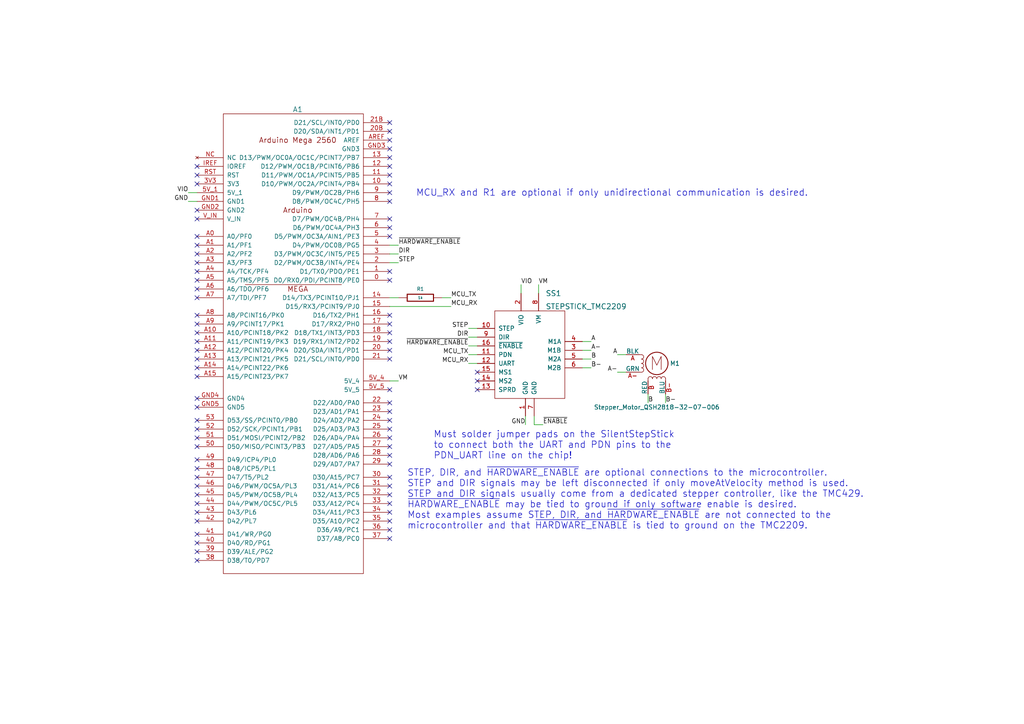
<source format=kicad_sch>
(kicad_sch (version 20230121) (generator eeschema)
  (paper "A4")
  (title_block (title "Trinamic Wiring") (date "2023-08-02") (rev "0.4") (company "Janelia Research Campus"))
  (lib_symbols
    (symbol "Janelia:1k_0805" (pin_numbers hide) (pin_names (offset 0))
      (property "Reference" "R" (at 2.032 0 90))
      (property "Value" "1k_0805" (at 0 0 90))
      (symbol "1k_0805_0_1"
        (rectangle (start -1.016 3.81) (end 1.016 -3.81) (stroke (width 0.3048)))
      )
      (symbol "1k_0805_1_1"
        (pin passive line (at 0 6.35 270) (length 2.54) (name "~") (number "1"))
        (pin passive line (at 0 -6.35 90) (length 2.54) (name "~") (number "2"))
      )
    )
    (symbol "Janelia:ARDUINO_MEGA" (pin_names (offset 1.016))
      (property "Reference" "A" (at 0 68.58 0))
      (symbol "ARDUINO_MEGA_0_0"
        (text "Arduino" (at 0 39.37 0) (effects (font (size 1.524 1.524))))
        (text "MEGA" (at 0 16.51 0) (effects (font (size 1.524 1.524))))
      )
      (symbol "ARDUINO_MEGA_0_1"
        (rectangle (start -21.59 -66.04) (end 19.05 67.31))
        (polyline (pts (xy -15.24 17.78) (xy 12.7 17.78) (xy 12.7 17.78)))
      )
      (symbol "ARDUINO_MEGA_1_1"
        (text "Arduino Mega 2560" (at 0 59.69 0) (effects (font (size 1.524 1.524))))
        (pin bidirectional line (at 26.67 19.05 180) (length 7.62) (name "D0/RX0/PDI/PCINT8/PE0") (number "0"))
        (pin bidirectional line (at 26.67 21.59 180) (length 7.62) (name "D1/TX0/PDO/PE1") (number "1"))
        (pin bidirectional line (at 26.67 46.99 180) (length 7.62) (name "D10/PWM/OC2A/PCINT4/PB4") (number "10"))
        (pin bidirectional line (at 26.67 49.53 180) (length 7.62) (name "D11/PWM/OC1A/PCINT5/PB5") (number "11"))
        (pin bidirectional line (at 26.67 52.07 180) (length 7.62) (name "D12/PWM/OC1B/PCINT6/PB6") (number "12"))
        (pin bidirectional line (at 26.67 54.61 180) (length 7.62) (name "D13/PWM/OC0A/OC1C/PCINT7/PB7") (number "13"))
        (pin bidirectional line (at 26.67 13.97 180) (length 7.62) (name "D14/TX3/PCINT10/PJ1") (number "14"))
        (pin bidirectional line (at 26.67 11.43 180) (length 7.62) (name "D15/RX3/PCINT9/PJ0") (number "15"))
        (pin bidirectional line (at 26.67 8.89 180) (length 7.62) (name "D16/TX2/PH1") (number "16"))
        (pin bidirectional line (at 26.67 6.35 180) (length 7.62) (name "D17/RX2/PH0") (number "17"))
        (pin bidirectional line (at 26.67 3.81 180) (length 7.62) (name "D18/TX1/INT3/PD3") (number "18"))
        (pin bidirectional line (at 26.67 1.27 180) (length 7.62) (name "D19/RX1/INT2/PD2") (number "19"))
        (pin bidirectional line (at 26.67 24.13 180) (length 7.62) (name "D2/PWM/OC3B/INT4/PE4") (number "2"))
        (pin bidirectional line (at 26.67 -1.27 180) (length 7.62) (name "D20/SDA/INT1/PD1") (number "20"))
        (pin bidirectional line (at 26.67 62.23 180) (length 7.62) (name "D20/SDA/INT1/PD1") (number "20B"))
        (pin bidirectional line (at 26.67 -3.81 180) (length 7.62) (name "D21/SCL/INT0/PD0") (number "21"))
        (pin bidirectional line (at 26.67 64.77 180) (length 7.62) (name "D21/SCL/INT0/PD0") (number "21B"))
        (pin bidirectional line (at 26.67 -16.51 180) (length 7.62) (name "D22/AD0/PA0") (number "22"))
        (pin bidirectional line (at 26.67 -19.05 180) (length 7.62) (name "D23/AD1/PA1") (number "23"))
        (pin bidirectional line (at 26.67 -21.59 180) (length 7.62) (name "D24/AD2/PA2") (number "24"))
        (pin bidirectional line (at 26.67 -24.13 180) (length 7.62) (name "D25/AD3/PA3") (number "25"))
        (pin bidirectional line (at 26.67 -26.67 180) (length 7.62) (name "D26/AD4/PA4") (number "26"))
        (pin bidirectional line (at 26.67 -29.21 180) (length 7.62) (name "D27/AD5/PA5") (number "27"))
        (pin bidirectional line (at 26.67 -31.75 180) (length 7.62) (name "D28/AD6/PA6") (number "28"))
        (pin bidirectional line (at 26.67 -34.29 180) (length 7.62) (name "D29/AD7/PA7") (number "29"))
        (pin bidirectional line (at 26.67 26.67 180) (length 7.62) (name "D3/PWM/OC3C/INT5/PE5") (number "3"))
        (pin bidirectional line (at 26.67 -38.1 180) (length 7.62) (name "D30/A15/PC7") (number "30"))
        (pin bidirectional line (at 26.67 -40.64 180) (length 7.62) (name "D31/A14/PC6") (number "31"))
        (pin bidirectional line (at 26.67 -43.18 180) (length 7.62) (name "D32/A13/PC5") (number "32"))
        (pin bidirectional line (at 26.67 -45.72 180) (length 7.62) (name "D33/A12/PC4") (number "33"))
        (pin bidirectional line (at 26.67 -48.26 180) (length 7.62) (name "D34/A11/PC3") (number "34"))
        (pin bidirectional line (at 26.67 -50.8 180) (length 7.62) (name "D35/A10/PC2") (number "35"))
        (pin bidirectional line (at 26.67 -53.34 180) (length 7.62) (name "D36/A9/PC1") (number "36"))
        (pin bidirectional line (at 26.67 -55.88 180) (length 7.62) (name "D37/A8/PC0") (number "37"))
        (pin bidirectional line (at -29.21 -62.23 0) (length 7.62) (name "D38/T0/PD7") (number "38"))
        (pin bidirectional line (at -29.21 -59.69 0) (length 7.62) (name "D39/ALE/PG2") (number "39"))
        (pin power_in line (at -29.21 46.99 0) (length 7.62) (name "3V3") (number "3V3"))
        (pin bidirectional line (at 26.67 29.21 180) (length 7.62) (name "D4/PWM/OC0B/PG5") (number "4"))
        (pin bidirectional line (at -29.21 -57.15 0) (length 7.62) (name "D40/RD/PG1") (number "40"))
        (pin bidirectional line (at -29.21 -54.61 0) (length 7.62) (name "D41/WR/PG0") (number "41"))
        (pin bidirectional line (at -29.21 -50.8 0) (length 7.62) (name "D42/PL7") (number "42"))
        (pin bidirectional line (at -29.21 -48.26 0) (length 7.62) (name "D43/PL6") (number "43"))
        (pin bidirectional line (at -29.21 -45.72 0) (length 7.62) (name "D44/PWM/OC5C/PL5") (number "44"))
        (pin bidirectional line (at -29.21 -43.18 0) (length 7.62) (name "D45/PWM/OC5B/PL4") (number "45"))
        (pin bidirectional line (at -29.21 -40.64 0) (length 7.62) (name "D46/PWM/OC5A/PL3") (number "46"))
        (pin bidirectional line (at -29.21 -38.1 0) (length 7.62) (name "D47/T5/PL2") (number "47"))
        (pin bidirectional line (at -29.21 -35.56 0) (length 7.62) (name "D48/ICP5/PL1") (number "48"))
        (pin bidirectional line (at -29.21 -33.02 0) (length 7.62) (name "D49/ICP4/PL0") (number "49"))
        (pin bidirectional line (at 26.67 31.75 180) (length 7.62) (name "D5/PWM/OC3A/AIN1/PE3") (number "5"))
        (pin bidirectional line (at -29.21 -29.21 0) (length 7.62) (name "D50/MISO/PCINT3/PB3") (number "50"))
        (pin bidirectional line (at -29.21 -26.67 0) (length 7.62) (name "D51/MOSI/PCINT2/PB2") (number "51"))
        (pin bidirectional line (at -29.21 -24.13 0) (length 7.62) (name "D52/SCK/PCINT1/PB1") (number "52"))
        (pin bidirectional line (at -29.21 -21.59 0) (length 7.62) (name "D53/SS/PCINT0/PB0") (number "53"))
        (pin power_in line (at -29.21 44.45 0) (length 7.62) (name "5V_1") (number "5V_1"))
        (pin power_in line (at 26.67 -10.16 180) (length 7.62) (name "5V_4") (number "5V_4"))
        (pin power_in line (at 26.67 -12.7 180) (length 7.62) (name "5V_5") (number "5V_5"))
        (pin bidirectional line (at 26.67 34.29 180) (length 7.62) (name "D6/PWM/OC4A/PH3") (number "6"))
        (pin bidirectional line (at 26.67 36.83 180) (length 7.62) (name "D7/PWM/OC4B/PH4") (number "7"))
        (pin bidirectional line (at 26.67 41.91 180) (length 7.62) (name "D8/PWM/OC4C/PH5") (number "8"))
        (pin bidirectional line (at 26.67 44.45 180) (length 7.62) (name "D9/PWM/OC2B/PH6") (number "9"))
        (pin bidirectional line (at -29.21 31.75 0) (length 7.62) (name "A0/PF0") (number "A0"))
        (pin bidirectional line (at -29.21 29.21 0) (length 7.62) (name "A1/PF1") (number "A1"))
        (pin bidirectional line (at -29.21 3.81 0) (length 7.62) (name "A10/PCINT18/PK2") (number "A10"))
        (pin bidirectional line (at -29.21 1.27 0) (length 7.62) (name "A11/PCINT19/PK3") (number "A11"))
        (pin bidirectional line (at -29.21 -1.27 0) (length 7.62) (name "A12/PCINT20/PK4") (number "A12"))
        (pin bidirectional line (at -29.21 -3.81 0) (length 7.62) (name "A13/PCINT21/PK5") (number "A13"))
        (pin bidirectional line (at -29.21 -6.35 0) (length 7.62) (name "A14/PCINT22/PK6") (number "A14"))
        (pin bidirectional line (at -29.21 -8.89 0) (length 7.62) (name "A15/PCINT23/PK7") (number "A15"))
        (pin bidirectional line (at -29.21 26.67 0) (length 7.62) (name "A2/PF2") (number "A2"))
        (pin bidirectional line (at -29.21 24.13 0) (length 7.62) (name "A3/PF3") (number "A3"))
        (pin bidirectional line (at -29.21 21.59 0) (length 7.62) (name "A4/TCK/PF4") (number "A4"))
        (pin bidirectional line (at -29.21 19.05 0) (length 7.62) (name "A5/TMS/PF5") (number "A5"))
        (pin bidirectional line (at -29.21 16.51 0) (length 7.62) (name "A6/TDO/PF6") (number "A6"))
        (pin bidirectional line (at -29.21 13.97 0) (length 7.62) (name "A7/TDI/PF7") (number "A7"))
        (pin bidirectional line (at -29.21 8.89 0) (length 7.62) (name "A8/PCINT16/PK0") (number "A8"))
        (pin bidirectional line (at -29.21 6.35 0) (length 7.62) (name "A9/PCINT17/PK1") (number "A9"))
        (pin power_in line (at 26.67 59.69 180) (length 7.62) (name "AREF") (number "AREF"))
        (pin power_in line (at -29.21 41.91 0) (length 7.62) (name "GND1") (number "GND1"))
        (pin power_in line (at -29.21 39.37 0) (length 7.62) (name "GND2") (number "GND2"))
        (pin power_in line (at 26.67 57.15 180) (length 7.62) (name "GND3") (number "GND3"))
        (pin power_in line (at -29.21 -15.24 0) (length 7.62) (name "GND4") (number "GND4"))
        (pin power_in line (at -29.21 -17.78 0) (length 7.62) (name "GND5") (number "GND5"))
        (pin input line (at -29.21 52.07 0) (length 7.62) (name "IOREF") (number "IREF"))
        (pin no_connect line (at -29.21 54.61 0) (length 7.62) (name "NC") (number "NC"))
        (pin input line (at -29.21 49.53 0) (length 7.62) (name "RST") (number "RST"))
        (pin power_in line (at -29.21 36.83 0) (length 7.62) (name "V_IN") (number "V_IN"))
      )
    )
    (symbol "Janelia:STEPSTICK_TMC2209" (pin_names (offset 1.016))
      (property "Reference" "SS" (at 0 -24.13 0))
      (property "Value" "STEPSTICK_TMC2209" (at 0 24.13 0))
      (symbol "STEPSTICK_TMC2209_0_1"
        (rectangle (start -10.16 12.7) (end 10.16 -12.7))
      )
      (symbol "STEPSTICK_TMC2209_1_1"
        (pin power_in line (at -1.27 -17.78 90) (length 5.08) (name "GND") (number "1"))
        (pin input line (at -15.24 7.62 0) (length 5.08) (name "STEP") (number "10"))
        (pin bidirectional line (at -15.24 0 0) (length 5.08) (name "PDN") (number "11"))
        (pin bidirectional line (at -15.24 -2.54 0) (length 5.08) (name "UART") (number "12"))
        (pin input line (at -15.24 -10.16 0) (length 5.08) (name "SPRD") (number "13"))
        (pin input line (at -15.24 -7.62 0) (length 5.08) (name "MS2") (number "14"))
        (pin input line (at -15.24 -5.08 0) (length 5.08) (name "MS1") (number "15"))
        (pin input line (at -15.24 2.54 0) (length 5.08) (name "~{ENABLE}") (number "16"))
        (pin power_in line (at -2.54 17.78 270) (length 5.08) (name "VIO") (number "2"))
        (pin power_out line (at 15.24 1.27 180) (length 5.08) (name "M1B") (number "3"))
        (pin power_out line (at 15.24 3.81 180) (length 5.08) (name "M1A") (number "4"))
        (pin power_out line (at 15.24 -1.27 180) (length 5.08) (name "M2A") (number "5"))
        (pin power_out line (at 15.24 -3.81 180) (length 5.08) (name "M2B") (number "6"))
        (pin power_in line (at 1.27 -17.78 90) (length 5.08) (name "GND") (number "7"))
        (pin power_in line (at 2.54 17.78 270) (length 5.08) (name "VM") (number "8"))
        (pin input line (at -15.24 5.08 0) (length 5.08) (name "DIR") (number "9"))
      )
    )
    (symbol "Janelia:Stepper_Motor_QSH2818-32-07-006" (pin_names (offset 0))
      (property "Reference" "M" (at 3.81 0 0))
      (property "Value" "Stepper_Motor_QSH2818-32-07-006" (at 0 6.35 0))
      (symbol "Stepper_Motor_QSH2818-32-07-006_0_0"
        (polyline (pts (xy -1.27 -1.778) (xy -1.27 2.032) (xy 0 -0.508) (xy 1.27 2.032) (xy 1.27 -1.778)))
      )
      (symbol "Stepper_Motor_QSH2818-32-07-006_0_1"
        (arc (start -4.445 -2.54) (mid -3.8127 -1.905) (end -4.445 -1.27))
        (arc (start -4.445 -1.27) (mid -3.8127 -0.635) (end -4.445 0))
        (arc (start -4.445 0) (mid -3.8127 0.635) (end -4.445 1.27))
        (arc (start -4.445 1.27) (mid -3.8127 1.905) (end -4.445 2.54))
        (arc (start -1.27 -4.445) (mid -1.905 -3.8127) (end -2.54 -4.445))
        (arc (start 0 -4.445) (mid -0.635 -3.8127) (end -1.27 -4.445))
        (polyline (pts (xy -5.08 -2.54) (xy -4.445 -2.54)))
        (polyline (pts (xy -5.08 2.54) (xy -4.445 2.54)))
        (polyline (pts (xy -2.54 -5.08) (xy -2.54 -4.445)))
        (polyline (pts (xy 2.54 -5.08) (xy 2.54 -4.445)))
        (circle (center 0 0) (radius 3.2512) (stroke (width 0.254)))
        (arc (start 1.27 -4.445) (mid 0.635 -3.8127) (end 0 -4.445))
        (arc (start 2.54 -4.445) (mid 1.905 -3.8127) (end 1.27 -4.445))
      )
      (symbol "Stepper_Motor_QSH2818-32-07-006_1_1"
        (pin passive line (at -8.89 2.54 0) (length 3.81) (name "BLK") (number "A"))
        (pin passive line (at -8.89 -2.54 0) (length 3.81) (name "GRN") (number "A-"))
        (pin passive line (at -2.54 -8.89 90) (length 3.81) (name "RED") (number "B"))
        (pin passive line (at 2.54 -8.89 90) (length 3.81) (name "BLU") (number "B-"))
      )
    )
  )
  (no_connect (at 113.03 121.92))
  (no_connect (at 57.15 118.11))
  (no_connect (at 57.15 104.14))
  (no_connect (at 57.15 78.74))
  (no_connect (at 57.15 50.8))
  (no_connect (at 113.03 78.74))
  (no_connect (at 113.03 104.14))
  (no_connect (at 57.15 154.94))
  (no_connect (at 57.15 71.12))
  (no_connect (at 113.03 91.44))
  (no_connect (at 57.15 76.2))
  (no_connect (at 57.15 83.82))
  (no_connect (at 113.03 96.52))
  (no_connect (at 57.15 162.56))
  (no_connect (at 57.15 73.66))
  (no_connect (at 57.15 109.22))
  (no_connect (at 113.03 116.84))
  (no_connect (at 57.15 106.68))
  (no_connect (at 138.43 110.49))
  (no_connect (at 113.03 129.54))
  (no_connect (at 113.03 113.03))
  (no_connect (at 113.03 101.6))
  (no_connect (at 113.03 148.59))
  (no_connect (at 113.03 156.21))
  (no_connect (at 113.03 119.38))
  (no_connect (at 113.03 81.28))
  (no_connect (at 113.03 63.5))
  (no_connect (at 57.15 63.5))
  (no_connect (at 57.15 91.44))
  (no_connect (at 57.15 86.36))
  (no_connect (at 113.03 153.67))
  (no_connect (at 57.15 99.06))
  (no_connect (at 57.15 160.02))
  (no_connect (at 113.03 93.98))
  (no_connect (at 57.15 135.89))
  (no_connect (at 57.15 127))
  (no_connect (at 57.15 133.35))
  (no_connect (at 57.15 138.43))
  (no_connect (at 57.15 140.97))
  (no_connect (at 57.15 143.51))
  (no_connect (at 57.15 146.05))
  (no_connect (at 57.15 148.59))
  (no_connect (at 57.15 151.13))
  (no_connect (at 113.03 35.56))
  (no_connect (at 57.15 60.96))
  (no_connect (at 113.03 58.42))
  (no_connect (at 113.03 55.88))
  (no_connect (at 113.03 53.34))
  (no_connect (at 113.03 50.8))
  (no_connect (at 113.03 48.26))
  (no_connect (at 113.03 45.72))
  (no_connect (at 113.03 43.18))
  (no_connect (at 113.03 40.64))
  (no_connect (at 113.03 38.1))
  (no_connect (at 113.03 99.06))
  (no_connect (at 113.03 132.08))
  (no_connect (at 113.03 140.97))
  (no_connect (at 113.03 66.04))
  (no_connect (at 113.03 134.62))
  (no_connect (at 113.03 127))
  (no_connect (at 113.03 146.05))
  (no_connect (at 138.43 113.03))
  (no_connect (at 57.15 124.46))
  (no_connect (at 57.15 157.48))
  (no_connect (at 113.03 138.43))
  (no_connect (at 113.03 124.46))
  (no_connect (at 57.15 48.26))
  (no_connect (at 113.03 68.58))
  (no_connect (at 57.15 96.52))
  (no_connect (at 113.03 151.13))
  (no_connect (at 57.15 53.34))
  (no_connect (at 138.43 107.95))
  (no_connect (at 57.15 93.98))
  (no_connect (at 57.15 129.54))
  (no_connect (at 57.15 121.92))
  (no_connect (at 57.15 115.57))
  (no_connect (at 113.03 143.51))
  (no_connect (at 57.15 81.28))
  (no_connect (at 57.15 101.6))
  (no_connect (at 57.15 68.58))
  (wire (pts (xy 57.15 55.88) (xy 54.61 55.88)))
  (wire (pts (xy 115.57 73.66) (xy 113.03 73.66)))
  (wire (pts (xy 115.57 86.36) (xy 113.03 86.36)))
  (wire (pts (xy 130.81 88.9) (xy 113.03 88.9)))
  (wire (pts (xy 135.89 105.41) (xy 138.43 105.41)))
  (wire (pts (xy 179.07 102.87) (xy 181.61 102.87)))
  (wire (pts (xy 151.13 82.55) (xy 151.13 85.09)))
  (wire (pts (xy 187.96 114.3) (xy 187.96 116.84)))
  (wire (pts (xy 57.15 58.42) (xy 54.61 58.42)))
  (wire (pts (xy 154.94 120.65) (xy 154.94 123.19)))
  (wire (pts (xy 168.91 99.06) (xy 171.45 99.06)))
  (wire (pts (xy 168.91 106.68) (xy 171.45 106.68)))
  (wire (pts (xy 179.07 107.95) (xy 181.61 107.95)))
  (wire (pts (xy 152.4 120.65) (xy 152.4 123.19)))
  (wire (pts (xy 168.91 101.6) (xy 171.45 101.6)))
  (wire (pts (xy 135.89 102.87) (xy 138.43 102.87)))
  (wire (pts (xy 193.04 114.3) (xy 193.04 116.84)))
  (wire (pts (xy 130.81 86.36) (xy 128.27 86.36)))
  (wire (pts (xy 115.57 71.12) (xy 113.03 71.12)))
  (wire (pts (xy 168.91 104.14) (xy 171.45 104.14)))
  (wire (pts (xy 154.94 123.19) (xy 157.48 123.19)))
  (wire (pts (xy 135.89 95.25) (xy 138.43 95.25)))
  (wire (pts (xy 135.89 100.33) (xy 138.43 100.33)))
  (wire (pts (xy 113.03 110.49) (xy 115.57 110.49)))
  (wire (pts (xy 135.89 97.79) (xy 138.43 97.79)))
  (wire (pts (xy 156.21 82.55) (xy 156.21 85.09)))
  (wire (pts (xy 115.57 76.2) (xy 113.03 76.2)))
  (text "STEP, DIR, and ~{HARDWARE_ENABLE} are optional connections to the microcontroller.\nSTEP and DIR signals may be left disconnected if only moveAtVelocity method is used.\nSTEP and DIR signals usually come from a dedicated stepper controller, like the TMC429.\n~{HARDWARE_ENABLE} may be tied to ground if only software enable is desired.\nMost examples assume STEP, DIR, and ~{HARDWARE_ENABLE} are not connected to the\nmicrocontroller and that ~{HARDWARE_ENABLE} is tied to ground on the TMC2209." (at 118.11 153.67 0) (effects (font (size 1.905 1.905)) (justify left bottom)))
  (text "MCU_RX and R1 are optional if only unidirectional communication is desired." (at 120.65 57.15 0) (effects (font (size 1.905 1.905)) (justify left bottom)))
  (text "Must solder jumper pads on the SilentStepStick\nto connect both the UART and PDN pins to the\nPDN_UART line on the chip!" (at 125.73 133.35 0) (effects (font (size 1.905 1.905)) (justify left bottom)))
  (label "~{HARDWARE_ENABLE}" (at 115.57 71.12 0))
  (label "MCU_TX" (at 135.89 102.87 180))
  (label "~{ENABLE}" (at 157.48 123.19 0))
  (label "GND" (at 152.4 123.19 180))
  (label "B" (at 171.45 104.14 0))
  (label "VIO" (at 151.13 82.55 0))
  (label "B" (at 187.96 116.84 0))
  (label "GND" (at 54.61 58.42 180))
  (label "A-" (at 179.07 107.95 180))
  (label "B-" (at 171.45 106.68 0))
  (label "~{HARDWARE_ENABLE}" (at 135.89 100.33 180))
  (label "DIR" (at 115.57 73.66 0))
  (label "A" (at 179.07 102.87 180))
  (label "STEP" (at 135.89 95.25 180))
  (label "B-" (at 193.04 116.84 0))
  (label "VM" (at 156.21 82.55 0))
  (label "MCU_RX" (at 130.81 88.9 0))
  (label "STEP" (at 115.57 76.2 0))
  (label "A" (at 171.45 99.06 0))
  (label "MCU_RX" (at 135.89 105.41 180))
  (label "MCU_TX" (at 130.81 86.36 0))
  (label "A-" (at 171.45 101.6 0))
  (label "VIO" (at 54.61 55.88 180))
  (label "DIR" (at 135.89 97.79 180))
  (label "VM" (at 115.57 110.49 0))
  (symbol (lib_id "Janelia:1k_0805") (at 121.92 86.36 270) (unit 1)
    (property "Reference" "R1" (at 121.92 83.82 90) (effects (font (size 1.016 1.016))))
    (property "Value" "1k" (at 121.92 86.36 90) (effects (font (size 0.762 0.762))))
    (property "Footprint" "footprints:SM0805" (effects hide))
    (property "Vendor" "Digi-Key" (effects hide))
    (property "Vendor Part Number" "P1.00KCCT-ND" (effects hide))
    (property "Description" "RES SMD 1K OHM 1% 1/8W" (effects hide))
    (property "Package" "0805" (effects hide))
  )
  (symbol (lib_id "Janelia:STEPSTICK_TMC2209") (at 153.67 102.87 0) (unit 1)
    (property "Reference" "SS1" (at 158.2294 85.09 0) (effects (font (size 1.524 1.524)) (justify left)))
    (property "Value" "STEPSTICK_TMC2209" (at 158.2294 88.9 0) (effects (font (size 1.524 1.524)) (justify left)))
    (property "Footprint" "footprints:STEPSTICK_TMC2209" (effects hide))
    (property "Vendor" "Digi-Key" (effects hide))
    (property "Vendor Part Number" "ED90331-ND" (effects hide))
    (property "Description" "CONN PIN RCPT .025-.037 SOLDER" (effects hide))
    (property "Quantity" "16" (effects hide))
    (property "Manufacturer" "Mill-Max Manufacturing Corp." (effects hide))
    (property "Manufacturer Part Number" "0305-0-15-15-47-27-10-0" (effects hide))
  )
  (symbol (lib_id "Janelia:ARDUINO_MEGA") (at 86.36 100.33 0) (unit 1)
    (property "Reference" "A1" (at 86.36 31.75 0) (effects (font (size 1.524 1.524))))
    (property "Value" "ARDUINO_MEGA" (effects hide))
    (property "Footprint" "Janelia:ARDUINO_MEGA_SHIELD" (effects hide))
    (property "Vendor" "Digi-Key" (effects hide))
    (property "Vendor Part Number" "1050-1018-ND" (effects hide))
    (property "Description" "BOARD MCU MEGA2560" (effects hide))
    (property "Sim.Enable" "0" (effects hide))
  )
  (symbol (lib_id "Janelia:Stepper_Motor_QSH2818-32-07-006") (at 190.5 105.41 0) (unit 1)
    (property "Reference" "M1" (at 194.31 105.41 0) (effects (justify left)))
    (property "Value" "Stepper_Motor_QSH2818-32-07-006" (at 190.5 118.11 0))
    (property "Manufacturer" "Trinamic Motion Control" (effects hide))
    (property "Manufacturer Part Number" "QSH2818-32-07-006" (effects hide))
    (property "Vendor" "Digi-Key" (effects hide))
    (property "Vendor Part Number" "1460-1072-ND" (effects hide))
  )
)
</source>
